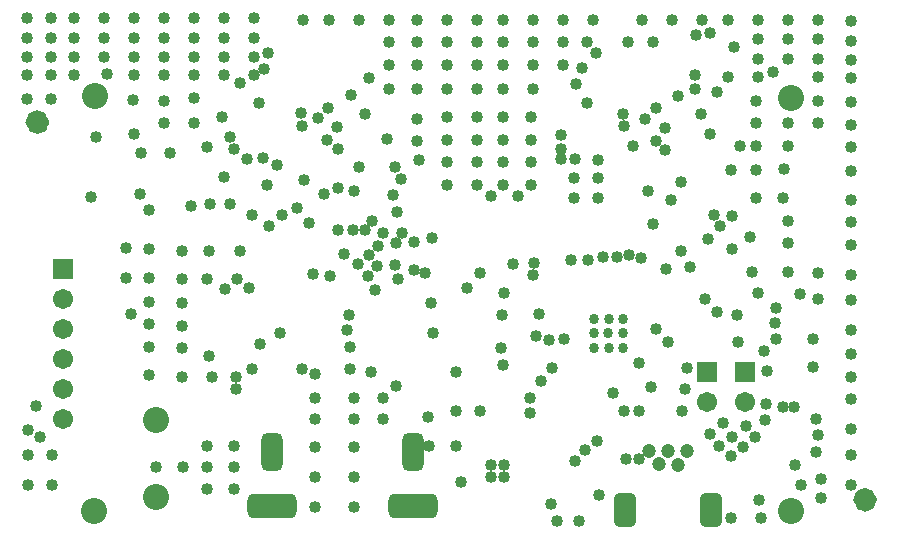
<source format=gbs>
%FSLAX25Y25*%
%MOIN*%
G70*
G01*
G75*
G04 Layer_Color=16711935*
%ADD10C,0.01969*%
%ADD11R,0.03000X0.03000*%
%ADD12R,0.02500X0.02000*%
%ADD13R,0.03000X0.03200*%
%ADD14O,0.05906X0.01378*%
%ADD15R,0.03000X0.03000*%
%ADD16R,0.05118X0.05906*%
%ADD17R,0.02000X0.02500*%
%ADD18R,0.01102X0.03543*%
%ADD19R,0.03543X0.01102*%
%ADD20R,0.01102X0.03543*%
%ADD21R,0.05906X0.05118*%
%ADD22R,0.02362X0.05709*%
%ADD23O,0.07087X0.01378*%
%ADD24O,0.02756X0.00787*%
%ADD25O,0.00787X0.02756*%
%ADD26R,0.14961X0.14961*%
%ADD27R,0.05709X0.02362*%
%ADD28R,0.04331X0.04724*%
%ADD29C,0.00800*%
%ADD30C,0.05000*%
%ADD31C,0.01500*%
%ADD32C,0.01000*%
%ADD33C,0.02000*%
%ADD34C,0.07500*%
%ADD35C,0.01200*%
%ADD36C,0.02500*%
%ADD37C,0.04000*%
%ADD38C,0.00600*%
%ADD39R,0.10000X0.10000*%
%ADD40R,0.09000X0.14000*%
%ADD41R,0.10500X0.11500*%
%ADD42R,0.85500X0.12500*%
%ADD43R,0.22500X0.12500*%
%ADD44R,0.02000X0.06500*%
%ADD45R,0.07000X0.18000*%
%ADD46R,0.08500X0.07000*%
%ADD47R,0.05906X0.05906*%
%ADD48C,0.05906*%
%ADD49C,0.07874*%
G04:AMPARAMS|DCode=50|XSize=157.48mil|YSize=74.8mil|CornerRadius=18.7mil|HoleSize=0mil|Usage=FLASHONLY|Rotation=0.000|XOffset=0mil|YOffset=0mil|HoleType=Round|Shape=RoundedRectangle|*
%AMROUNDEDRECTD50*
21,1,0.15748,0.03740,0,0,0.0*
21,1,0.12008,0.07480,0,0,0.0*
1,1,0.03740,0.06004,-0.01870*
1,1,0.03740,-0.06004,-0.01870*
1,1,0.03740,-0.06004,0.01870*
1,1,0.03740,0.06004,0.01870*
%
%ADD50ROUNDEDRECTD50*%
G04:AMPARAMS|DCode=51|XSize=118.11mil|YSize=62.99mil|CornerRadius=15.75mil|HoleSize=0mil|Usage=FLASHONLY|Rotation=270.000|XOffset=0mil|YOffset=0mil|HoleType=Round|Shape=RoundedRectangle|*
%AMROUNDEDRECTD51*
21,1,0.11811,0.03150,0,0,270.0*
21,1,0.08661,0.06299,0,0,270.0*
1,1,0.03150,-0.01575,-0.04331*
1,1,0.03150,-0.01575,0.04331*
1,1,0.03150,0.01575,0.04331*
1,1,0.03150,0.01575,-0.04331*
%
%ADD51ROUNDEDRECTD51*%
G04:AMPARAMS|DCode=52|XSize=106.3mil|YSize=66.93mil|CornerRadius=16.73mil|HoleSize=0mil|Usage=FLASHONLY|Rotation=90.000|XOffset=0mil|YOffset=0mil|HoleType=Round|Shape=RoundedRectangle|*
%AMROUNDEDRECTD52*
21,1,0.10630,0.03347,0,0,90.0*
21,1,0.07284,0.06693,0,0,90.0*
1,1,0.03346,0.01673,0.03642*
1,1,0.03346,0.01673,-0.03642*
1,1,0.03346,-0.01673,-0.03642*
1,1,0.03346,-0.01673,0.03642*
%
%ADD52ROUNDEDRECTD52*%
%ADD53C,0.03937*%
%ADD54C,0.03200*%
%ADD55C,0.02598*%
%ADD56C,0.03000*%
%ADD57R,0.07500X0.07000*%
%ADD58R,0.09500X0.07500*%
%ADD59R,0.10900X0.12400*%
%ADD60C,0.02362*%
%ADD61C,0.00984*%
%ADD62C,0.00787*%
%ADD63C,0.00500*%
%ADD64C,0.00425*%
%ADD65C,0.03937*%
%ADD66R,0.03800X0.03800*%
%ADD67R,0.03300X0.02800*%
%ADD68R,0.03800X0.04000*%
%ADD69O,0.06706X0.02178*%
%ADD70R,0.03800X0.03800*%
%ADD71R,0.05918X0.06706*%
%ADD72R,0.02800X0.03300*%
%ADD73R,0.01902X0.04343*%
%ADD74R,0.04343X0.01902*%
%ADD75R,0.01902X0.04343*%
%ADD76R,0.06706X0.05918*%
%ADD77R,0.03162X0.06509*%
%ADD78O,0.07887X0.02178*%
%ADD79O,0.03556X0.01587*%
%ADD80O,0.01587X0.03556*%
%ADD81R,0.15761X0.15761*%
%ADD82R,0.06509X0.03162*%
%ADD83R,0.05131X0.05524*%
%ADD84R,0.06706X0.06706*%
%ADD85C,0.06706*%
%ADD86C,0.08674*%
G04:AMPARAMS|DCode=87|XSize=165.48mil|YSize=82.8mil|CornerRadius=22.7mil|HoleSize=0mil|Usage=FLASHONLY|Rotation=0.000|XOffset=0mil|YOffset=0mil|HoleType=Round|Shape=RoundedRectangle|*
%AMROUNDEDRECTD87*
21,1,0.16548,0.03740,0,0,0.0*
21,1,0.12008,0.08280,0,0,0.0*
1,1,0.04540,0.06004,-0.01870*
1,1,0.04540,-0.06004,-0.01870*
1,1,0.04540,-0.06004,0.01870*
1,1,0.04540,0.06004,0.01870*
%
%ADD87ROUNDEDRECTD87*%
G04:AMPARAMS|DCode=88|XSize=126.11mil|YSize=70.99mil|CornerRadius=19.75mil|HoleSize=0mil|Usage=FLASHONLY|Rotation=270.000|XOffset=0mil|YOffset=0mil|HoleType=Round|Shape=RoundedRectangle|*
%AMROUNDEDRECTD88*
21,1,0.12611,0.03150,0,0,270.0*
21,1,0.08661,0.07099,0,0,270.0*
1,1,0.03950,-0.01575,-0.04331*
1,1,0.03950,-0.01575,0.04331*
1,1,0.03950,0.01575,0.04331*
1,1,0.03950,0.01575,-0.04331*
%
%ADD88ROUNDEDRECTD88*%
G04:AMPARAMS|DCode=89|XSize=114.3mil|YSize=74.93mil|CornerRadius=20.73mil|HoleSize=0mil|Usage=FLASHONLY|Rotation=90.000|XOffset=0mil|YOffset=0mil|HoleType=Round|Shape=RoundedRectangle|*
%AMROUNDEDRECTD89*
21,1,0.11430,0.03347,0,0,90.0*
21,1,0.07284,0.07493,0,0,90.0*
1,1,0.04146,0.01673,0.03642*
1,1,0.04146,0.01673,-0.03642*
1,1,0.04146,-0.01673,-0.03642*
1,1,0.04146,-0.01673,0.03642*
%
%ADD89ROUNDEDRECTD89*%
%ADD90C,0.04737*%
%ADD91C,0.04000*%
%ADD92C,0.03398*%
D65*
X270669Y11500D02*
G03*
X270669Y11500I-1969J0D01*
G01*
X-5231Y137400D02*
G03*
X-5231Y137400I-1969J0D01*
G01*
D84*
X216000Y54000D02*
D03*
X228600D02*
D03*
X1400Y88500D02*
D03*
D85*
X216000Y44000D02*
D03*
X228600D02*
D03*
X1400Y78500D02*
D03*
Y68500D02*
D03*
Y58500D02*
D03*
Y48500D02*
D03*
Y38500D02*
D03*
D86*
X32500Y38091D02*
D03*
Y12500D02*
D03*
X12100Y146200D02*
D03*
X244000Y145600D02*
D03*
X244100Y7900D02*
D03*
X11800D02*
D03*
D87*
X117900Y9584D02*
D03*
X70900D02*
D03*
D88*
X117900Y27300D02*
D03*
X70900D02*
D03*
D89*
X217500Y8000D02*
D03*
X188760D02*
D03*
D90*
X209429Y27882D02*
D03*
X202929D02*
D03*
X196831Y27882D02*
D03*
X206279Y23157D02*
D03*
X199929Y23382D02*
D03*
D91*
X251300Y65200D02*
D03*
X97900Y101400D02*
D03*
X93100Y101300D02*
D03*
X112300Y97000D02*
D03*
X112800Y107600D02*
D03*
X111300Y113000D02*
D03*
X98400Y114300D02*
D03*
X-10500Y153000D02*
D03*
Y159000D02*
D03*
Y165500D02*
D03*
Y172000D02*
D03*
Y145000D02*
D03*
X-2500Y153000D02*
D03*
Y159000D02*
D03*
Y165500D02*
D03*
Y172000D02*
D03*
Y145000D02*
D03*
X264000Y68000D02*
D03*
Y78000D02*
D03*
Y152000D02*
D03*
Y158000D02*
D03*
Y164500D02*
D03*
Y171000D02*
D03*
Y111500D02*
D03*
Y104000D02*
D03*
Y96500D02*
D03*
Y121000D02*
D03*
Y129000D02*
D03*
Y136500D02*
D03*
Y144000D02*
D03*
Y86500D02*
D03*
X134000Y17500D02*
D03*
X180000Y13000D02*
D03*
X179500Y31000D02*
D03*
X172000Y24500D02*
D03*
X175500Y28000D02*
D03*
X148000Y56500D02*
D03*
X132500Y54000D02*
D03*
X104000D02*
D03*
X207500Y94500D02*
D03*
X216500Y98500D02*
D03*
X72807Y123193D02*
D03*
X193500Y25000D02*
D03*
X189000D02*
D03*
X55000Y119000D02*
D03*
X207500Y117500D02*
D03*
X197500Y49000D02*
D03*
X144000Y23000D02*
D03*
X219500Y74000D02*
D03*
X-7600Y42900D02*
D03*
X190000Y93000D02*
D03*
X186000Y92500D02*
D03*
X148500Y23000D02*
D03*
X172500Y150000D02*
D03*
X59000Y48500D02*
D03*
X69500Y116500D02*
D03*
X188500Y136000D02*
D03*
X167500Y128500D02*
D03*
X109357Y131857D02*
D03*
X60500Y150500D02*
D03*
X54500Y139000D02*
D03*
X57000Y132500D02*
D03*
X58500Y128500D02*
D03*
X49236Y129236D02*
D03*
X97000Y55000D02*
D03*
X85500Y53500D02*
D03*
X81000Y55000D02*
D03*
X50000Y59500D02*
D03*
X64500Y55000D02*
D03*
X73779Y67220D02*
D03*
X96000Y68000D02*
D03*
X124721Y67220D02*
D03*
X181500Y92500D02*
D03*
X202500Y88500D02*
D03*
X215500Y78500D02*
D03*
X224500Y106000D02*
D03*
X157000Y45500D02*
D03*
X164500Y55500D02*
D03*
X147740Y73260D02*
D03*
X148500Y80500D02*
D03*
X140500Y87000D02*
D03*
X136000Y82000D02*
D03*
X124000Y77000D02*
D03*
X97000Y62500D02*
D03*
X159000Y66000D02*
D03*
X176000Y143750D02*
D03*
X30000Y108000D02*
D03*
X66807Y143907D02*
D03*
X188500Y41000D02*
D03*
X45000Y137000D02*
D03*
X35000D02*
D03*
X45000Y145500D02*
D03*
X35000Y144500D02*
D03*
X158000Y86500D02*
D03*
X151500Y90000D02*
D03*
X158500Y90500D02*
D03*
X85500Y29000D02*
D03*
Y19000D02*
D03*
Y9000D02*
D03*
X98500Y29000D02*
D03*
Y19000D02*
D03*
Y9000D02*
D03*
X208700Y48600D02*
D03*
X226000Y73000D02*
D03*
X226500Y64000D02*
D03*
X209500Y55500D02*
D03*
X231000Y87500D02*
D03*
X224500Y95000D02*
D03*
X235000Y61000D02*
D03*
X243000Y87500D02*
D03*
X253000Y87000D02*
D03*
X230500Y99000D02*
D03*
X132500Y29500D02*
D03*
Y41000D02*
D03*
X123500Y29500D02*
D03*
X123000Y39000D02*
D03*
X140500Y41000D02*
D03*
X85500Y38500D02*
D03*
X98500D02*
D03*
X108000D02*
D03*
X85500Y45500D02*
D03*
X98500D02*
D03*
X108000D02*
D03*
X59000Y52500D02*
D03*
X51000D02*
D03*
X41000D02*
D03*
X30000Y53000D02*
D03*
X59500Y85000D02*
D03*
X60500Y94500D02*
D03*
X49500Y85000D02*
D03*
X50000Y94500D02*
D03*
X74500Y106500D02*
D03*
X64500D02*
D03*
X41000Y94500D02*
D03*
Y85000D02*
D03*
Y77000D02*
D03*
Y69500D02*
D03*
Y62000D02*
D03*
X30000Y62500D02*
D03*
Y70000D02*
D03*
Y77500D02*
D03*
Y85500D02*
D03*
Y95000D02*
D03*
X232500Y144500D02*
D03*
Y137000D02*
D03*
Y129500D02*
D03*
Y121500D02*
D03*
Y112000D02*
D03*
X243000Y137000D02*
D03*
Y129500D02*
D03*
X241600Y121800D02*
D03*
X243000Y97000D02*
D03*
Y104500D02*
D03*
X241300Y112000D02*
D03*
X253000Y144500D02*
D03*
Y137000D02*
D03*
X157500Y124000D02*
D03*
Y131500D02*
D03*
Y139000D02*
D03*
X120200Y124700D02*
D03*
X119500Y131000D02*
D03*
Y138500D02*
D03*
X139500Y139000D02*
D03*
X129500D02*
D03*
X148000D02*
D03*
Y131500D02*
D03*
X129500D02*
D03*
X139500D02*
D03*
X148000Y124000D02*
D03*
X129500D02*
D03*
X139500D02*
D03*
X110000Y148500D02*
D03*
X139500D02*
D03*
X129500D02*
D03*
X119500D02*
D03*
X158000D02*
D03*
X148000D02*
D03*
X110000Y156500D02*
D03*
X139500D02*
D03*
X129500D02*
D03*
X119500D02*
D03*
X168000D02*
D03*
X158000D02*
D03*
X148000D02*
D03*
X110000Y164000D02*
D03*
X139500D02*
D03*
X129500D02*
D03*
X119500D02*
D03*
X168000D02*
D03*
X158000D02*
D03*
X148000D02*
D03*
Y171500D02*
D03*
X158000D02*
D03*
X168000D02*
D03*
X178000D02*
D03*
X119500D02*
D03*
X129500D02*
D03*
X139500D02*
D03*
X214500D02*
D03*
X204500D02*
D03*
X194500D02*
D03*
X253000D02*
D03*
X243000D02*
D03*
X233000D02*
D03*
X223000D02*
D03*
X217000Y167000D02*
D03*
X233000Y165000D02*
D03*
X243000D02*
D03*
X253000D02*
D03*
X90000Y171500D02*
D03*
X100000D02*
D03*
X110000D02*
D03*
X212000Y153000D02*
D03*
X233000Y158500D02*
D03*
X243000D02*
D03*
X253000D02*
D03*
X81500Y171500D02*
D03*
X223000Y152500D02*
D03*
X233000D02*
D03*
X238100Y154200D02*
D03*
X253000Y152500D02*
D03*
X5000Y153000D02*
D03*
X16000Y153500D02*
D03*
X25000Y153000D02*
D03*
X35000D02*
D03*
X45000D02*
D03*
X55000D02*
D03*
X65000D02*
D03*
X5000Y159000D02*
D03*
X15000D02*
D03*
X25000D02*
D03*
X35000D02*
D03*
X45000D02*
D03*
X55000D02*
D03*
X65000D02*
D03*
X5000Y165500D02*
D03*
X15000D02*
D03*
X25000D02*
D03*
X35000D02*
D03*
X45000D02*
D03*
X55000D02*
D03*
X65000D02*
D03*
Y172000D02*
D03*
X55000D02*
D03*
X45000D02*
D03*
X35000D02*
D03*
X25000D02*
D03*
X15000D02*
D03*
X5000D02*
D03*
X37000Y127000D02*
D03*
X27500D02*
D03*
X160000Y73500D02*
D03*
X193224Y41224D02*
D03*
X118500Y97500D02*
D03*
X174500Y155500D02*
D03*
X179800Y124700D02*
D03*
X206400Y146200D02*
D03*
X202000Y135500D02*
D03*
Y128000D02*
D03*
X199000Y131000D02*
D03*
Y142000D02*
D03*
X195500Y138500D02*
D03*
X188000Y140000D02*
D03*
X172000Y125000D02*
D03*
X167500Y133000D02*
D03*
X198100Y164200D02*
D03*
X225000Y162500D02*
D03*
X179000Y160400D02*
D03*
X175900Y164000D02*
D03*
X219500Y147500D02*
D03*
X212000Y148500D02*
D03*
X212500Y166500D02*
D03*
X224000Y121500D02*
D03*
X189800Y164000D02*
D03*
X227000Y129500D02*
D03*
X81807Y118157D02*
D03*
X103307Y152157D02*
D03*
X69807Y160557D02*
D03*
X62807Y125157D02*
D03*
X86307Y138657D02*
D03*
X97207Y146357D02*
D03*
X68000Y125500D02*
D03*
X68307Y155157D02*
D03*
X163224Y64724D02*
D03*
X164000Y10000D02*
D03*
X105500Y81500D02*
D03*
X147500Y62000D02*
D03*
X24000Y73500D02*
D03*
X176500Y91500D02*
D03*
X193500Y57000D02*
D03*
X90500Y86000D02*
D03*
X167500Y125000D02*
D03*
X112500Y49500D02*
D03*
X199000Y68500D02*
D03*
X254000Y18500D02*
D03*
Y12000D02*
D03*
X224000Y5500D02*
D03*
X247500Y16500D02*
D03*
X166000Y4500D02*
D03*
X173500D02*
D03*
X84700Y86800D02*
D03*
X103000Y86000D02*
D03*
X106500Y96000D02*
D03*
X95000Y93500D02*
D03*
X102000Y140000D02*
D03*
X55500Y81700D02*
D03*
X93000Y128500D02*
D03*
X100100Y122500D02*
D03*
X27000Y113500D02*
D03*
X245000Y42500D02*
D03*
X239000Y75500D02*
D03*
Y65000D02*
D03*
X234000Y5500D02*
D03*
X241500Y42500D02*
D03*
X220000Y29500D02*
D03*
X224500Y32500D02*
D03*
X229000Y36000D02*
D03*
X224000Y26000D02*
D03*
X228000Y29000D02*
D03*
X232000Y32500D02*
D03*
X217000Y33500D02*
D03*
X221500Y37000D02*
D03*
X235800Y43500D02*
D03*
X235500Y38000D02*
D03*
X236200Y54300D02*
D03*
X252500Y27500D02*
D03*
X245500Y23000D02*
D03*
X233500Y11500D02*
D03*
X252500Y38500D02*
D03*
X49500Y29500D02*
D03*
X58500D02*
D03*
Y22500D02*
D03*
X49500D02*
D03*
Y15000D02*
D03*
X58500D02*
D03*
X41500Y22500D02*
D03*
X32500D02*
D03*
X104500Y104500D02*
D03*
X108000Y100500D02*
D03*
X99779Y90220D02*
D03*
X210500Y89000D02*
D03*
X93000Y115600D02*
D03*
X88500Y113500D02*
D03*
X114000Y118500D02*
D03*
X89807Y142157D02*
D03*
X92807Y135657D02*
D03*
X89500Y131500D02*
D03*
X106000Y89500D02*
D03*
X139500Y116500D02*
D03*
X129500D02*
D03*
X148000D02*
D03*
X157500D02*
D03*
X179800Y118700D02*
D03*
X171800D02*
D03*
X179800Y112200D02*
D03*
X171800D02*
D03*
X24800Y144700D02*
D03*
X144000Y19000D02*
D03*
X157000Y40500D02*
D03*
X160800Y51200D02*
D03*
X44000Y109500D02*
D03*
X50500Y110000D02*
D03*
X57000D02*
D03*
X143900Y112700D02*
D03*
X152900Y112900D02*
D03*
X233000Y80500D02*
D03*
X253000Y78500D02*
D03*
X247000Y80000D02*
D03*
X251500Y55700D02*
D03*
X253000Y33000D02*
D03*
X22500Y95500D02*
D03*
Y85500D02*
D03*
X25000Y133500D02*
D03*
X12500Y132500D02*
D03*
X63500Y82000D02*
D03*
X217000Y133500D02*
D03*
X218300Y106500D02*
D03*
X220250Y102750D02*
D03*
X194000Y92000D02*
D03*
X114500Y100500D02*
D03*
X198000Y103500D02*
D03*
X214000Y140000D02*
D03*
X111900Y122300D02*
D03*
X103400Y93100D02*
D03*
X102200Y101300D02*
D03*
X170700Y91500D02*
D03*
X118300Y88100D02*
D03*
X113040Y85200D02*
D03*
X111900Y89700D02*
D03*
X122100Y87100D02*
D03*
X96700Y73100D02*
D03*
X184800Y47200D02*
D03*
X203000Y64000D02*
D03*
X80600Y140600D02*
D03*
X81000Y136100D02*
D03*
X168400Y65200D02*
D03*
X207600Y41100D02*
D03*
X148400Y19000D02*
D03*
X238800Y70400D02*
D03*
X10800Y112400D02*
D03*
X124400Y98700D02*
D03*
X-6400Y32300D02*
D03*
X-2400Y26300D02*
D03*
Y16300D02*
D03*
X-10400Y34800D02*
D03*
Y26300D02*
D03*
Y16300D02*
D03*
X264100Y35000D02*
D03*
Y45000D02*
D03*
Y52500D02*
D03*
Y60000D02*
D03*
Y26500D02*
D03*
Y16500D02*
D03*
X83300Y103900D02*
D03*
X69900Y102800D02*
D03*
X79300Y108900D02*
D03*
X67200Y63300D02*
D03*
X196300Y114600D02*
D03*
X204200Y111300D02*
D03*
X191300Y129500D02*
D03*
D92*
X183224Y62276D02*
D03*
X187949D02*
D03*
X183000Y67000D02*
D03*
X183224Y71724D02*
D03*
X187949D02*
D03*
Y67000D02*
D03*
X178500Y71724D02*
D03*
Y67000D02*
D03*
Y62276D02*
D03*
M02*

</source>
